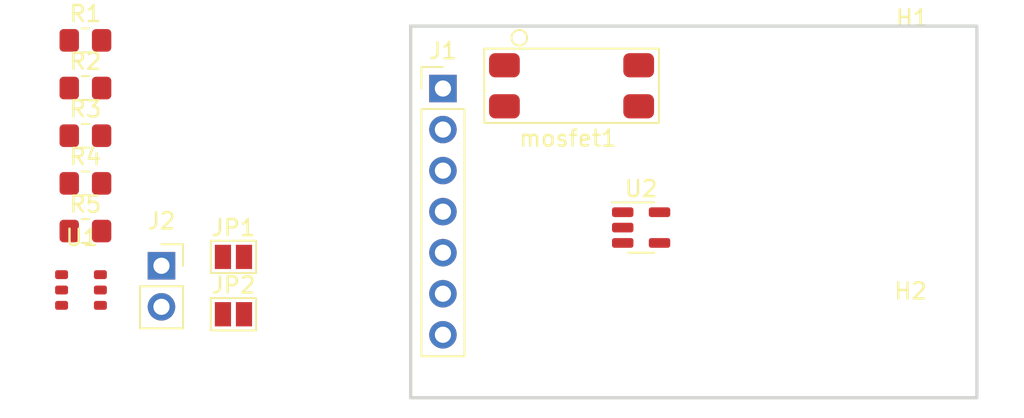
<source format=kicad_pcb>
(kicad_pcb (version 20221018) (generator pcbnew)
  (layers (0 "F.Cu" signal) (31 "B.Cu" signal) (34 "B.Paste" user) (35 "F.Paste" user) (36 "B.SilkS" user "B.Silkscreen") (37 "F.SilkS" user "F.Silkscreen") (38 "B.Mask" user) (39 "F.Mask" user) (44 "Edge.Cuts" user))
  (net 0 "")
  (net 1 "VSS")
  (net 2 "GND")
  (net 3 "/led-")
  (net 4 "Net-(U1-BIAS)")
  (net 5 "Net-(U1-FB)")
  (net 7 "+3V3")
  (net 8 "/I{slash}O")
  (net 9 "/scl")
  (net 10 "/sda")
  (net 11 "/ad0")
  (net 12 "/led+")
  (net 13 "/enable")
  (net 14 "/enable ")
  (net 15 "+3.3V")
  (footprint "MountingHole:MountingHole_2.5mm" (layer "F.Cu") (at 157.48 78.1812)
    (fp_text reference "H2" (at 0 -3.5) (layer "F.SilkS"))
    (fp_text value "MountingHole_Pad")
    (pad "" np_thru_hole circle (at 0 0) (size 2.5 2.5) (drill 2.5) (layers "*.Cu" "*.Mask"))
  )
  (footprint "Resistor_SMD:R_0805_2012Metric_Pad1.20x1.40mm_HandSolder" (layer "F.Cu") (at 106.4761 59.1648)
    (fp_text reference "R1" (at 0 -1.65) (layer "F.SilkS"))
    (fp_text value "R")
    (fp_line (start -0.227064 -0.735) (end 0.227064 -0.735) (stroke (width 0.12)) (layer "F.SilkS"))
    (fp_line (start -0.227064 0.735) (end 0.227064 0.735) (stroke (width 0.12)) (layer "F.SilkS"))
    (pad "1" smd roundrect (at -1 0) (size 1.2 1.4) (layers "F.Cu" "F.Paste" "F.Mask") (roundrect_rratio 0.208333) (net 3 "/led-"))
    (pad "2" smd roundrect (at 1 0) (size 1.2 1.4) (layers "F.Cu" "F.Paste" "F.Mask") (roundrect_rratio 0.208333) (net 4 "Net-(U1-BIAS)"))
  )
  (footprint "Jumper:SolderJumper-2_P1.3mm_Open_Pad1.0x1.5mm" (layer "F.Cu") (at 115.6261 72.5648)
    (fp_text reference "JP1" (at 0 -1.8) (layer "F.SilkS"))
    (fp_text value "SolderJumper_2_Open")
    (fp_line (start -1.4 -1) (end 1.4 -1) (stroke (width 0.12)) (layer "F.SilkS"))
    (fp_line (start -1.4 1) (end -1.4 -1) (stroke (width 0.12)) (layer "F.SilkS"))
    (fp_line (start 1.4 -1) (end 1.4 1) (stroke (width 0.12)) (layer "F.SilkS"))
    (fp_line (start 1.4 1) (end -1.4 1) (stroke (width 0.12)) (layer "F.SilkS"))
    (pad "1" smd rect (at -0.65 0) (size 1 1.5) (layers "F.Cu" "F.Mask") (net 13 "/enable"))
    (pad "2" smd rect (at 0.65 0) (size 1 1.5) (layers "F.Cu" "F.Mask") (net 12 "/led+"))
  )
  (footprint "Jumper:SolderJumper-2_P1.3mm_Open_Pad1.0x1.5mm" (layer "F.Cu") (at 115.6261 76.1148)
    (fp_text reference "JP2" (at 0 -1.8) (layer "F.SilkS"))
    (fp_text value "SolderJumper_2_Open")
    (fp_line (start -1.4 -1) (end 1.4 -1) (stroke (width 0.12)) (layer "F.SilkS"))
    (fp_line (start -1.4 1) (end -1.4 -1) (stroke (width 0.12)) (layer "F.SilkS"))
    (fp_line (start 1.4 -1) (end 1.4 1) (stroke (width 0.12)) (layer "F.SilkS"))
    (fp_line (start 1.4 1) (end -1.4 1) (stroke (width 0.12)) (layer "F.SilkS"))
    (pad "1" smd rect (at -0.65 0) (size 1 1.5) (layers "F.Cu" "F.Mask") (net 3 "/led-"))
    (pad "2" smd rect (at 0.65 0) (size 1 1.5) (layers "F.Cu" "F.Mask") (net 2 "GND"))
  )
  (footprint "Connector_PinSocket_2.54mm:PinSocket_1x02_P2.54mm_Vertical" (layer "F.Cu") (at 111.1761 73.1148)
    (fp_text reference "J2" (at 0 -2.77) (layer "F.SilkS"))
    (fp_text value "Conn_01x02_Pin")
    (fp_line (start -1.33 1.27) (end -1.33 3.87) (stroke (width 0.12)) (layer "F.SilkS"))
    (fp_line (start -1.33 1.27) (end 1.33 1.27) (stroke (width 0.12)) (layer "F.SilkS"))
    (fp_line (start -1.33 3.87) (end 1.33 3.87) (stroke (width 0.12)) (layer "F.SilkS"))
    (fp_line (start 0 -1.33) (end 1.33 -1.33) (stroke (width 0.12)) (layer "F.SilkS"))
    (fp_line (start 1.33 -1.33) (end 1.33 0) (stroke (width 0.12)) (layer "F.SilkS"))
    (fp_line (start 1.33 1.27) (end 1.33 3.87) (stroke (width 0.12)) (layer "F.SilkS"))
    (pad "1" thru_hole rect (at 0 0) (size 1.7 1.7) (drill 1) (layers "*.Cu" "*.Mask") (net 3 "/led-"))
    (pad "2" thru_hole oval (at 0 2.54) (size 1.7 1.7) (drill 1) (layers "*.Cu" "*.Mask") (net 12 "/led+"))
  )
  (footprint "Resistor_SMD:R_0805_2012Metric_Pad1.20x1.40mm_HandSolder" (layer "F.Cu") (at 106.4761 68.0148)
    (fp_text reference "R4" (at 0 -1.65) (layer "F.SilkS"))
    (fp_text value "Rs")
    (fp_line (start -0.227064 -0.735) (end 0.227064 -0.735) (stroke (width 0.12)) (layer "F.SilkS"))
    (fp_line (start -0.227064 0.735) (end 0.227064 0.735) (stroke (width 0.12)) (layer "F.SilkS"))
    (pad "1" smd roundrect (at -1 0) (size 1.2 1.4) (layers "F.Cu" "F.Paste" "F.Mask") (roundrect_rratio 0.208333) (net 12 "/led+"))
    (pad "2" smd roundrect (at 1 0) (size 1.2 1.4) (layers "F.Cu" "F.Paste" "F.Mask") (roundrect_rratio 0.208333) (net 14 "/enable "))
  )
  (footprint "Connector_PinHeader_2.54mm:PinHeader_1x07_P2.54mm_Vertical" (layer "F.Cu") (at 128.575 62.145)
    (fp_text reference "J1" (at 0 -2.33) (layer "F.SilkS"))
    (fp_text value "Conn_01x07_Pin")
    (fp_line (start -1.33 -1.33) (end 0 -1.33) (stroke (width 0.12)) (layer "F.SilkS"))
    (fp_line (start -1.33 0) (end -1.33 -1.33) (stroke (width 0.12)) (layer "F.SilkS"))
    (fp_line (start -1.33 1.27) (end -1.33 16.57) (stroke (width 0.12)) (layer "F.SilkS"))
    (fp_line (start -1.33 1.27) (end 1.33 1.27) (stroke (width 0.12)) (layer "F.SilkS"))
    (fp_line (start -1.33 16.57) (end 1.33 16.57) (stroke (width 0.12)) (layer "F.SilkS"))
    (fp_line (start 1.33 1.27) (end 1.33 16.57) (stroke (width 0.12)) (layer "F.SilkS"))
    (pad "1" thru_hole rect (at 0 0) (size 1.7 1.7) (drill 1) (layers "*.Cu" "*.Mask") (net 1 "VSS"))
    (pad "2" thru_hole oval (at 0 2.54) (size 1.7 1.7) (drill 1) (layers "*.Cu" "*.Mask") (net 7 "+3V3"))
    (pad "3" thru_hole oval (at 0 5.08) (size 1.7 1.7) (drill 1) (layers "*.Cu" "*.Mask") (net 8 "/I{slash}O"))
    (pad "4" thru_hole oval (at 0 7.62) (size 1.7 1.7) (drill 1) (layers "*.Cu" "*.Mask") (net 9 "/scl"))
    (pad "5" thru_hole oval (at 0 10.16) (size 1.7 1.7) (drill 1) (layers "*.Cu" "*.Mask") (net 10 "/sda"))
    (pad "6" thru_hole oval (at 0 12.7) (size 1.7 1.7) (drill 1) (layers "*.Cu" "*.Mask") (net 11 "/ad0"))
    (pad "7" thru_hole oval (at 0 15.24) (size 1.7 1.7) (drill 1) (layers "*.Cu" "*.Mask") (net 2 "GND"))
  )
  (footprint "MountingHole:MountingHole_2.5mm" (layer "F.Cu") (at 157.58 61.2812)
    (fp_text reference "H1" (at 0 -3.5) (layer "F.SilkS"))
    (fp_text value "MountingHole_Pad")
    (pad "" np_thru_hole circle (at 0 0) (size 2.5 2.5) (drill 2.5) (layers "*.Cu" "*.Mask"))
  )
  (footprint "own-footprints:AL5801" (layer "F.Cu") (at 106.2011 74.6146)
    (fp_text reference "U1" (at 0.0508 -3.2512 unlocked) (layer "F.SilkS"))
    (fp_text value "AL5801W6-7")
    (pad "1" smd roundrect (at -1.2 -0.95 90) (size 0.55 0.8) (layers "F.Cu" "F.Paste" "F.Mask") (net 4 "Net-(U1-BIAS)"))
    (pad "2" smd roundrect (at -1.2 0 90) (size 0.55 0.8) (layers "F.Cu" "F.Paste" "F.Mask") (net 5 "Net-(U1-FB)"))
    (pad "3" smd roundrect (at -1.2 0.95 90) (size 0.55 0.8) (layers "F.Cu" "F.Paste" "F.Mask") (net 13 "/enable"))
    (pad "4" smd roundrect (at 1.2 0.95 90) (size 0.55 0.8) (layers "F.Cu" "F.Paste" "F.Mask") (net 5 "Net-(U1-FB)"))
    (pad "5" smd roundrect (at 1.2 0 90) (size 0.55 0.8) (layers "F.Cu" "F.Paste" "F.Mask"))
    (pad "6" smd roundrect (at 1.2 -0.95 90) (size 0.55 0.8) (layers "F.Cu" "F.Paste" "F.Mask") (net 2 "GND"))
  )
  (footprint "Resistor_SMD:R_0805_2012Metric_Pad1.20x1.40mm_HandSolder" (layer "F.Cu") (at 106.4761 65.0648)
    (fp_text reference "R3" (at 0 -1.65) (layer "F.SilkS"))
    (fp_text value "R")
    (fp_line (start -0.227064 -0.735) (end 0.227064 -0.735) (stroke (width 0.12)) (layer "F.SilkS"))
    (fp_line (start -0.227064 0.735) (end 0.227064 0.735) (stroke (width 0.12)) (layer "F.SilkS"))
    (pad "1" smd roundrect (at -1 0) (size 1.2 1.4) (layers "F.Cu" "F.Paste" "F.Mask") (roundrect_rratio 0.208333) (net 5 "Net-(U1-FB)"))
    (pad "2" smd roundrect (at 1 0) (size 1.2 1.4) (layers "F.Cu" "F.Paste" "F.Mask") (roundrect_rratio 0.208333) (net 2 "GND"))
  )
  (footprint "Package_TO_SOT_SMD:SOT-23-5" (layer "F.Cu") (at 140.825 70.75)
    (fp_text reference "U2" (at 0 -2.4) (layer "F.SilkS"))
    (fp_text value "INA169")
    (fp_line (start 0 -1.56) (end -1.8 -1.56) (stroke (width 0.12)) (layer "F.SilkS"))
    (fp_line (start 0 -1.56) (end 0.8 -1.56) (stroke (width 0.12)) (layer "F.SilkS"))
    (fp_line (start 0 1.56) (end -0.8 1.56) (stroke (width 0.12)) (layer "F.SilkS"))
    (fp_line (start 0 1.56) (end 0.8 1.56) (stroke (width 0.12)) (layer "F.SilkS"))
    (pad "1" smd roundrect (at -1.1375 -0.95) (size 1.325 0.6) (layers "F.Cu" "F.Paste" "F.Mask") (net 11 "/ad0"))
    (pad "2" smd roundrect (at -1.1375 0) (size 1.325 0.6) (layers "F.Cu" "F.Paste" "F.Mask") (net 2 "GND"))
    (pad "3" smd roundrect (at -1.1375 0.95) (size 1.325 0.6) (layers "F.Cu" "F.Paste" "F.Mask") (net 14 "/enable "))
    (pad "4" smd roundrect (at 1.1375 0.95) (size 1.325 0.6) (layers "F.Cu" "F.Paste" "F.Mask") (net 12 "/led+"))
    (pad "5" smd roundrect (at 1.1375 -0.95) (size 1.325 0.6) (layers "F.Cu" "F.Paste" "F.Mask") (net 15 "+3.3V"))
  )
  (footprint "own-footprints:AQY211EHAZ" (layer "F.Cu") (at 136.525 61.975 90)
    (fp_text reference "mosfet1" (at -3.25 -0.225 unlocked) (layer "F.SilkS"))
    (fp_text value "TLP222A")
    (fp_rect (start -2.3 -5.4) (end 2.3 5.4) (stroke (width 0.12)) (fill none) (layer "F.SilkS"))
    (fp_circle (center 2.97 -3.23) (end 2.66 -3.6) (stroke (width 0.12)) (fill none) (layer "F.SilkS"))
    (pad "1" smd roundrect (at 1.27 -4.150004 180) (size 1.9 1.5) (layers "F.Cu" "F.Paste" "F.Mask") (net 8 "/I{slash}O"))
    (pad "2" smd roundrect (at -1.27 -4.150004 180) (size 1.9 1.5) (layers "F.Cu" "F.Paste" "F.Mask") (net 2 "GND"))
    (pad "3" smd roundrect (at -1.27 4.149996 180) (size 1.9 1.5) (layers "F.Cu" "F.Paste" "F.Mask") (net 13 "/enable"))
    (pad "4" smd roundrect (at 1.27 4.149996 180) (size 1.9 1.5) (layers "F.Cu" "F.Paste" "F.Mask") (net 1 "VSS"))
  )
  (footprint "Resistor_SMD:R_0805_2012Metric_Pad1.20x1.40mm_HandSolder" (layer "F.Cu") (at 106.4761 70.9648)
    (fp_text reference "R5" (at 0 -1.65) (layer "F.SilkS"))
    (fp_text value "Rl")
    (fp_line (start -0.227064 -0.735) (end 0.227064 -0.735) (stroke (width 0.12)) (layer "F.SilkS"))
    (fp_line (start -0.227064 0.735) (end 0.227064 0.735) (stroke (width 0.12)) (layer "F.SilkS"))
    (pad "1" smd roundrect (at -1 0) (size 1.2 1.4) (layers "F.Cu" "F.Paste" "F.Mask") (roundrect_rratio 0.208333) (net 2 "GND"))
    (pad "2" smd roundrect (at 1 0) (size 1.2 1.4) (layers "F.Cu" "F.Paste" "F.Mask") (roundrect_rratio 0.208333) (net 11 "/ad0"))
  )
  (footprint "Resistor_SMD:R_0805_2012Metric_Pad1.20x1.40mm_HandSolder" (layer "F.Cu") (at 106.4761 62.1148)
    (fp_text reference "R2" (at 0 -1.65) (layer "F.SilkS"))
    (fp_text value "R")
    (fp_line (start -0.227064 -0.735) (end 0.227064 -0.735) (stroke (width 0.12)) (layer "F.SilkS"))
    (fp_line (start -0.227064 0.735) (end 0.227064 0.735) (stroke (width 0.12)) (layer "F.SilkS"))
    (pad "1" smd roundrect (at -1 0) (size 1.2 1.4) (layers "F.Cu" "F.Paste" "F.Mask") (roundrect_rratio 0.208333) (net 5 "Net-(U1-FB)"))
    (pad "2" smd roundrect (at 1 0) (size 1.2 1.4) (layers "F.Cu" "F.Paste" "F.Mask") (roundrect_rratio 0.208333) (net 2 "GND"))
  )
  (gr_rect (start 126.58 58.2812) (end 161.58 81.2812) (stroke (width 0.2)) (fill none) (layer "Edge.Cuts"))
)
</source>
